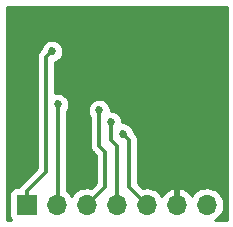
<source format=gbr>
G04 #@! TF.FileFunction,Copper,L2,Bot,Signal*
%FSLAX46Y46*%
G04 Gerber Fmt 4.6, Leading zero omitted, Abs format (unit mm)*
G04 Created by KiCad (PCBNEW 4.0.7) date Friday, 11 May 2018 'PMt' 12:15:21 PM*
%MOMM*%
%LPD*%
G01*
G04 APERTURE LIST*
%ADD10C,0.100000*%
%ADD11R,1.700000X1.700000*%
%ADD12O,1.700000X1.700000*%
%ADD13C,0.685800*%
%ADD14C,0.300000*%
%ADD15C,0.250000*%
%ADD16C,0.254000*%
G04 APERTURE END LIST*
D10*
D11*
X142375000Y-119500000D03*
D12*
X144915000Y-119500000D03*
X147455000Y-119500000D03*
X149995000Y-119500000D03*
X152535000Y-119500000D03*
X155075000Y-119500000D03*
X157615000Y-119500000D03*
D13*
X144500000Y-106500000D03*
X145000000Y-111000000D03*
X148500000Y-111500000D03*
X149500000Y-112500000D03*
X152750000Y-112250000D03*
X141500000Y-107500000D03*
X141500000Y-111500000D03*
X141500000Y-113250000D03*
X141500000Y-117250000D03*
X148500000Y-106500000D03*
X141500000Y-103000000D03*
X143250000Y-103000000D03*
X145000000Y-103000000D03*
X146750000Y-103000000D03*
X148500000Y-103000000D03*
X150250000Y-103000000D03*
X152000000Y-103000000D03*
X153750000Y-103000000D03*
X155500000Y-103000000D03*
X155500000Y-109500000D03*
X158750000Y-109500000D03*
X158750000Y-116750000D03*
X158750000Y-115000000D03*
X155500000Y-111500000D03*
X153800000Y-115500000D03*
X146200000Y-115500000D03*
X150500000Y-113500000D03*
D14*
X142375000Y-119500000D02*
X142375000Y-118350000D01*
X142375000Y-118350000D02*
X144000000Y-116725000D01*
X144000000Y-116725000D02*
X144000000Y-107000000D01*
X144000000Y-107000000D02*
X144500000Y-106500000D01*
X145000000Y-111000000D02*
X145000000Y-111500000D01*
X145000000Y-111500000D02*
X145000000Y-119415000D01*
D15*
X145000000Y-119415000D02*
X144915000Y-119500000D01*
D14*
X149000000Y-115000000D02*
X149000000Y-117955000D01*
X149000000Y-117955000D02*
X147455000Y-119500000D01*
X148500000Y-114500000D02*
X149000000Y-115000000D01*
X148500000Y-111500000D02*
X148500000Y-114500000D01*
X149500000Y-114000000D02*
X149995000Y-114495000D01*
X149995000Y-114495000D02*
X149995000Y-119500000D01*
X149500000Y-112500000D02*
X149500000Y-114000000D01*
X141500000Y-111500000D02*
X141500000Y-107500000D01*
X141500000Y-117250000D02*
X141500000Y-113250000D01*
X148500000Y-106500000D02*
X146200000Y-108800000D01*
X146200000Y-108800000D02*
X146200000Y-115500000D01*
X143250000Y-103000000D02*
X141500000Y-103000000D01*
X146750000Y-103000000D02*
X145000000Y-103000000D01*
X150250000Y-103000000D02*
X148500000Y-103000000D01*
X153750000Y-103000000D02*
X152000000Y-103000000D01*
X155500000Y-109500000D02*
X155500000Y-103000000D01*
X156750000Y-111500000D02*
X158750000Y-109500000D01*
X155500000Y-111500000D02*
X158750000Y-114750000D01*
X158750000Y-114750000D02*
X158750000Y-115000000D01*
X146200000Y-115500000D02*
X146200000Y-112844954D01*
X152535000Y-119500000D02*
X151035000Y-118000000D01*
X151035000Y-118000000D02*
X151000000Y-118000000D01*
X151000000Y-114000000D02*
X151000000Y-118000000D01*
X151000000Y-114000000D02*
X150500000Y-113500000D01*
D16*
G36*
X159290000Y-120790000D02*
X158351197Y-120790000D01*
X158428131Y-120749780D01*
X158654000Y-120568177D01*
X158840294Y-120346161D01*
X158979916Y-120092189D01*
X159067549Y-119815934D01*
X159099855Y-119527919D01*
X159100000Y-119507185D01*
X159100000Y-119492815D01*
X159071718Y-119204377D01*
X158987951Y-118926925D01*
X158851888Y-118671029D01*
X158668713Y-118446433D01*
X158445401Y-118261694D01*
X158190461Y-118123848D01*
X157913601Y-118038146D01*
X157625367Y-118007851D01*
X157336739Y-118034118D01*
X157058709Y-118115947D01*
X156801869Y-118250220D01*
X156576000Y-118431823D01*
X156389706Y-118653839D01*
X156342400Y-118739889D01*
X156270178Y-118618645D01*
X156075269Y-118402412D01*
X155841920Y-118228359D01*
X155579099Y-118103175D01*
X155431890Y-118058524D01*
X155202000Y-118179845D01*
X155202000Y-119373000D01*
X155222000Y-119373000D01*
X155222000Y-119627000D01*
X155202000Y-119627000D01*
X155202000Y-119647000D01*
X154948000Y-119647000D01*
X154948000Y-119627000D01*
X154928000Y-119627000D01*
X154928000Y-119373000D01*
X154948000Y-119373000D01*
X154948000Y-118179845D01*
X154718110Y-118058524D01*
X154570901Y-118103175D01*
X154308080Y-118228359D01*
X154074731Y-118402412D01*
X153879822Y-118618645D01*
X153808077Y-118739090D01*
X153771888Y-118671029D01*
X153588713Y-118446433D01*
X153365401Y-118261694D01*
X153110461Y-118123848D01*
X152833601Y-118038146D01*
X152545367Y-118007851D01*
X152256739Y-118034118D01*
X152196890Y-118051732D01*
X151785000Y-117639842D01*
X151785000Y-114000000D01*
X151777922Y-113927817D01*
X151771604Y-113855598D01*
X151770453Y-113851636D01*
X151770050Y-113847526D01*
X151749079Y-113778065D01*
X151728861Y-113708476D01*
X151726963Y-113704814D01*
X151725769Y-113700860D01*
X151691729Y-113636841D01*
X151658357Y-113572459D01*
X151655780Y-113569231D01*
X151653843Y-113565588D01*
X151607993Y-113509369D01*
X151562774Y-113452726D01*
X151557110Y-113446982D01*
X151557013Y-113446862D01*
X151556903Y-113446771D01*
X151555079Y-113444921D01*
X151468973Y-113358815D01*
X151440693Y-113215988D01*
X151367613Y-113038682D01*
X151261485Y-112878948D01*
X151126353Y-112742869D01*
X150967364Y-112635629D01*
X150790572Y-112561313D01*
X150602713Y-112522751D01*
X150476298Y-112521868D01*
X150477942Y-112404112D01*
X150440693Y-112215988D01*
X150367613Y-112038682D01*
X150261485Y-111878948D01*
X150126353Y-111742869D01*
X149967364Y-111635629D01*
X149790572Y-111561313D01*
X149602713Y-111522751D01*
X149476298Y-111521868D01*
X149477942Y-111404112D01*
X149440693Y-111215988D01*
X149367613Y-111038682D01*
X149261485Y-110878948D01*
X149126353Y-110742869D01*
X148967364Y-110635629D01*
X148790572Y-110561313D01*
X148602713Y-110522751D01*
X148410942Y-110521412D01*
X148222562Y-110557347D01*
X148044750Y-110629188D01*
X147884279Y-110734198D01*
X147747260Y-110868376D01*
X147638913Y-111026613D01*
X147563364Y-111202882D01*
X147523492Y-111390467D01*
X147520814Y-111582225D01*
X147555433Y-111770850D01*
X147626031Y-111949159D01*
X147715000Y-112087212D01*
X147715000Y-114500000D01*
X147722078Y-114572183D01*
X147728396Y-114644402D01*
X147729547Y-114648364D01*
X147729950Y-114652474D01*
X147750921Y-114721935D01*
X147771139Y-114791524D01*
X147773037Y-114795186D01*
X147774231Y-114799140D01*
X147808260Y-114863138D01*
X147841643Y-114927542D01*
X147844222Y-114930772D01*
X147846157Y-114934412D01*
X147891990Y-114990609D01*
X147937226Y-115047274D01*
X147942890Y-115053018D01*
X147942987Y-115053138D01*
X147943097Y-115053229D01*
X147944921Y-115055079D01*
X148215000Y-115325158D01*
X148215000Y-117629842D01*
X147794145Y-118050697D01*
X147753601Y-118038146D01*
X147465367Y-118007851D01*
X147176739Y-118034118D01*
X146898709Y-118115947D01*
X146641869Y-118250220D01*
X146416000Y-118431823D01*
X146229706Y-118653839D01*
X146185502Y-118734247D01*
X146151888Y-118671029D01*
X145968713Y-118446433D01*
X145785000Y-118294453D01*
X145785000Y-111583735D01*
X145854394Y-111485363D01*
X145932396Y-111310167D01*
X145974884Y-111123156D01*
X145977942Y-110904112D01*
X145940693Y-110715988D01*
X145867613Y-110538682D01*
X145761485Y-110378948D01*
X145626353Y-110242869D01*
X145467364Y-110135629D01*
X145290572Y-110061313D01*
X145102713Y-110022751D01*
X144910942Y-110021412D01*
X144785000Y-110045436D01*
X144785000Y-107438385D01*
X144943047Y-107377083D01*
X145104969Y-107274325D01*
X145243848Y-107142072D01*
X145354394Y-106985363D01*
X145432396Y-106810167D01*
X145474884Y-106623156D01*
X145477942Y-106404112D01*
X145440693Y-106215988D01*
X145367613Y-106038682D01*
X145261485Y-105878948D01*
X145126353Y-105742869D01*
X144967364Y-105635629D01*
X144790572Y-105561313D01*
X144602713Y-105522751D01*
X144410942Y-105521412D01*
X144222562Y-105557347D01*
X144044750Y-105629188D01*
X143884279Y-105734198D01*
X143747260Y-105868376D01*
X143638913Y-106026613D01*
X143563364Y-106202882D01*
X143530002Y-106359840D01*
X143444921Y-106444921D01*
X143398885Y-106500966D01*
X143352286Y-106556501D01*
X143350298Y-106560117D01*
X143347677Y-106563308D01*
X143313394Y-106627245D01*
X143278479Y-106690756D01*
X143277232Y-106694688D01*
X143275280Y-106698328D01*
X143254089Y-106767641D01*
X143232154Y-106836789D01*
X143231693Y-106840897D01*
X143230488Y-106844839D01*
X143223164Y-106916944D01*
X143215077Y-106989040D01*
X143215020Y-106997109D01*
X143215005Y-106997260D01*
X143215018Y-106997400D01*
X143215000Y-107000000D01*
X143215000Y-116399842D01*
X141819921Y-117794921D01*
X141773885Y-117850966D01*
X141727286Y-117906501D01*
X141725298Y-117910117D01*
X141722677Y-117913308D01*
X141688394Y-117977245D01*
X141669327Y-118011928D01*
X141525000Y-118011928D01*
X141423879Y-118019992D01*
X141252366Y-118073106D01*
X141102441Y-118171900D01*
X140985975Y-118308550D01*
X140912190Y-118472237D01*
X140886928Y-118650000D01*
X140886928Y-120350000D01*
X140894992Y-120451121D01*
X140948106Y-120622634D01*
X141046900Y-120772559D01*
X141067364Y-120790000D01*
X140710000Y-120790000D01*
X140710000Y-102710000D01*
X159290000Y-102710000D01*
X159290000Y-120790000D01*
X159290000Y-120790000D01*
G37*
X159290000Y-120790000D02*
X158351197Y-120790000D01*
X158428131Y-120749780D01*
X158654000Y-120568177D01*
X158840294Y-120346161D01*
X158979916Y-120092189D01*
X159067549Y-119815934D01*
X159099855Y-119527919D01*
X159100000Y-119507185D01*
X159100000Y-119492815D01*
X159071718Y-119204377D01*
X158987951Y-118926925D01*
X158851888Y-118671029D01*
X158668713Y-118446433D01*
X158445401Y-118261694D01*
X158190461Y-118123848D01*
X157913601Y-118038146D01*
X157625367Y-118007851D01*
X157336739Y-118034118D01*
X157058709Y-118115947D01*
X156801869Y-118250220D01*
X156576000Y-118431823D01*
X156389706Y-118653839D01*
X156342400Y-118739889D01*
X156270178Y-118618645D01*
X156075269Y-118402412D01*
X155841920Y-118228359D01*
X155579099Y-118103175D01*
X155431890Y-118058524D01*
X155202000Y-118179845D01*
X155202000Y-119373000D01*
X155222000Y-119373000D01*
X155222000Y-119627000D01*
X155202000Y-119627000D01*
X155202000Y-119647000D01*
X154948000Y-119647000D01*
X154948000Y-119627000D01*
X154928000Y-119627000D01*
X154928000Y-119373000D01*
X154948000Y-119373000D01*
X154948000Y-118179845D01*
X154718110Y-118058524D01*
X154570901Y-118103175D01*
X154308080Y-118228359D01*
X154074731Y-118402412D01*
X153879822Y-118618645D01*
X153808077Y-118739090D01*
X153771888Y-118671029D01*
X153588713Y-118446433D01*
X153365401Y-118261694D01*
X153110461Y-118123848D01*
X152833601Y-118038146D01*
X152545367Y-118007851D01*
X152256739Y-118034118D01*
X152196890Y-118051732D01*
X151785000Y-117639842D01*
X151785000Y-114000000D01*
X151777922Y-113927817D01*
X151771604Y-113855598D01*
X151770453Y-113851636D01*
X151770050Y-113847526D01*
X151749079Y-113778065D01*
X151728861Y-113708476D01*
X151726963Y-113704814D01*
X151725769Y-113700860D01*
X151691729Y-113636841D01*
X151658357Y-113572459D01*
X151655780Y-113569231D01*
X151653843Y-113565588D01*
X151607993Y-113509369D01*
X151562774Y-113452726D01*
X151557110Y-113446982D01*
X151557013Y-113446862D01*
X151556903Y-113446771D01*
X151555079Y-113444921D01*
X151468973Y-113358815D01*
X151440693Y-113215988D01*
X151367613Y-113038682D01*
X151261485Y-112878948D01*
X151126353Y-112742869D01*
X150967364Y-112635629D01*
X150790572Y-112561313D01*
X150602713Y-112522751D01*
X150476298Y-112521868D01*
X150477942Y-112404112D01*
X150440693Y-112215988D01*
X150367613Y-112038682D01*
X150261485Y-111878948D01*
X150126353Y-111742869D01*
X149967364Y-111635629D01*
X149790572Y-111561313D01*
X149602713Y-111522751D01*
X149476298Y-111521868D01*
X149477942Y-111404112D01*
X149440693Y-111215988D01*
X149367613Y-111038682D01*
X149261485Y-110878948D01*
X149126353Y-110742869D01*
X148967364Y-110635629D01*
X148790572Y-110561313D01*
X148602713Y-110522751D01*
X148410942Y-110521412D01*
X148222562Y-110557347D01*
X148044750Y-110629188D01*
X147884279Y-110734198D01*
X147747260Y-110868376D01*
X147638913Y-111026613D01*
X147563364Y-111202882D01*
X147523492Y-111390467D01*
X147520814Y-111582225D01*
X147555433Y-111770850D01*
X147626031Y-111949159D01*
X147715000Y-112087212D01*
X147715000Y-114500000D01*
X147722078Y-114572183D01*
X147728396Y-114644402D01*
X147729547Y-114648364D01*
X147729950Y-114652474D01*
X147750921Y-114721935D01*
X147771139Y-114791524D01*
X147773037Y-114795186D01*
X147774231Y-114799140D01*
X147808260Y-114863138D01*
X147841643Y-114927542D01*
X147844222Y-114930772D01*
X147846157Y-114934412D01*
X147891990Y-114990609D01*
X147937226Y-115047274D01*
X147942890Y-115053018D01*
X147942987Y-115053138D01*
X147943097Y-115053229D01*
X147944921Y-115055079D01*
X148215000Y-115325158D01*
X148215000Y-117629842D01*
X147794145Y-118050697D01*
X147753601Y-118038146D01*
X147465367Y-118007851D01*
X147176739Y-118034118D01*
X146898709Y-118115947D01*
X146641869Y-118250220D01*
X146416000Y-118431823D01*
X146229706Y-118653839D01*
X146185502Y-118734247D01*
X146151888Y-118671029D01*
X145968713Y-118446433D01*
X145785000Y-118294453D01*
X145785000Y-111583735D01*
X145854394Y-111485363D01*
X145932396Y-111310167D01*
X145974884Y-111123156D01*
X145977942Y-110904112D01*
X145940693Y-110715988D01*
X145867613Y-110538682D01*
X145761485Y-110378948D01*
X145626353Y-110242869D01*
X145467364Y-110135629D01*
X145290572Y-110061313D01*
X145102713Y-110022751D01*
X144910942Y-110021412D01*
X144785000Y-110045436D01*
X144785000Y-107438385D01*
X144943047Y-107377083D01*
X145104969Y-107274325D01*
X145243848Y-107142072D01*
X145354394Y-106985363D01*
X145432396Y-106810167D01*
X145474884Y-106623156D01*
X145477942Y-106404112D01*
X145440693Y-106215988D01*
X145367613Y-106038682D01*
X145261485Y-105878948D01*
X145126353Y-105742869D01*
X144967364Y-105635629D01*
X144790572Y-105561313D01*
X144602713Y-105522751D01*
X144410942Y-105521412D01*
X144222562Y-105557347D01*
X144044750Y-105629188D01*
X143884279Y-105734198D01*
X143747260Y-105868376D01*
X143638913Y-106026613D01*
X143563364Y-106202882D01*
X143530002Y-106359840D01*
X143444921Y-106444921D01*
X143398885Y-106500966D01*
X143352286Y-106556501D01*
X143350298Y-106560117D01*
X143347677Y-106563308D01*
X143313394Y-106627245D01*
X143278479Y-106690756D01*
X143277232Y-106694688D01*
X143275280Y-106698328D01*
X143254089Y-106767641D01*
X143232154Y-106836789D01*
X143231693Y-106840897D01*
X143230488Y-106844839D01*
X143223164Y-106916944D01*
X143215077Y-106989040D01*
X143215020Y-106997109D01*
X143215005Y-106997260D01*
X143215018Y-106997400D01*
X143215000Y-107000000D01*
X143215000Y-116399842D01*
X141819921Y-117794921D01*
X141773885Y-117850966D01*
X141727286Y-117906501D01*
X141725298Y-117910117D01*
X141722677Y-117913308D01*
X141688394Y-117977245D01*
X141669327Y-118011928D01*
X141525000Y-118011928D01*
X141423879Y-118019992D01*
X141252366Y-118073106D01*
X141102441Y-118171900D01*
X140985975Y-118308550D01*
X140912190Y-118472237D01*
X140886928Y-118650000D01*
X140886928Y-120350000D01*
X140894992Y-120451121D01*
X140948106Y-120622634D01*
X141046900Y-120772559D01*
X141067364Y-120790000D01*
X140710000Y-120790000D01*
X140710000Y-102710000D01*
X159290000Y-102710000D01*
X159290000Y-120790000D01*
M02*

</source>
